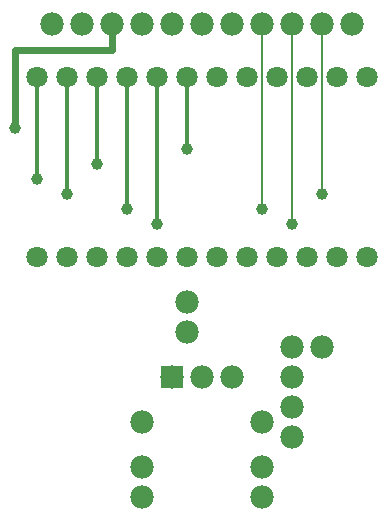
<source format=gtl>
G04 MADE WITH FRITZING*
G04 WWW.FRITZING.ORG*
G04 DOUBLE SIDED*
G04 HOLES PLATED*
G04 CONTOUR ON CENTER OF CONTOUR VECTOR*
%ASAXBY*%
%FSLAX23Y23*%
%MOIN*%
%OFA0B0*%
%SFA1.0B1.0*%
%ADD10C,0.078000*%
%ADD11C,0.070866*%
%ADD12C,0.039370*%
%ADD13R,0.078000X0.078000*%
%ADD14C,0.008000*%
%ADD15C,0.012000*%
%ADD16C,0.024000*%
%LNCOPPER1*%
G90*
G70*
G54D10*
X350Y1675D03*
X450Y1675D03*
X550Y1675D03*
X650Y1675D03*
X750Y1675D03*
X850Y1675D03*
X950Y1675D03*
X1050Y1675D03*
X1150Y1675D03*
X1250Y1675D03*
X1350Y1675D03*
X350Y1675D03*
X450Y1675D03*
X550Y1675D03*
X650Y1675D03*
X750Y1675D03*
X850Y1675D03*
X950Y1675D03*
X1050Y1675D03*
X1150Y1675D03*
X1250Y1675D03*
X1350Y1675D03*
X800Y750D03*
X800Y650D03*
X1150Y601D03*
X1250Y601D03*
X1150Y300D03*
X1150Y400D03*
X1150Y500D03*
X650Y200D03*
X1050Y350D03*
X1050Y200D03*
X650Y350D03*
X650Y100D03*
X1050Y100D03*
G54D11*
X1400Y1500D03*
X1300Y1500D03*
X1200Y1500D03*
X1100Y1500D03*
X1000Y1500D03*
X900Y1500D03*
X800Y1500D03*
X700Y1500D03*
X600Y1500D03*
X500Y1500D03*
X400Y1500D03*
X300Y1500D03*
X1400Y900D03*
X1300Y900D03*
X1200Y900D03*
X1100Y900D03*
X1000Y900D03*
X900Y900D03*
X800Y900D03*
X700Y900D03*
X600Y900D03*
X500Y900D03*
X400Y900D03*
X300Y900D03*
G54D12*
X1250Y1108D03*
X1150Y1009D03*
X1050Y1058D03*
X227Y1328D03*
X700Y1008D03*
X600Y1059D03*
X400Y1108D03*
X300Y1158D03*
X500Y1209D03*
X800Y1258D03*
G54D10*
X750Y500D03*
X850Y500D03*
X950Y500D03*
G54D13*
X750Y500D03*
G54D14*
X1050Y1071D02*
X1050Y1650D01*
D02*
X1150Y1022D02*
X1150Y1650D01*
D02*
X1250Y1122D02*
X1250Y1650D01*
G54D15*
D02*
X300Y1171D02*
X300Y1475D01*
D02*
X400Y1122D02*
X400Y1475D01*
D02*
X500Y1222D02*
X500Y1475D01*
D02*
X600Y1072D02*
X600Y1475D01*
D02*
X700Y1022D02*
X700Y1475D01*
D02*
X800Y1272D02*
X800Y1475D01*
G54D16*
D02*
X227Y1588D02*
X550Y1588D01*
D02*
X550Y1588D02*
X550Y1644D01*
D02*
X227Y1347D02*
X227Y1588D01*
G04 End of Copper1*
M02*
</source>
